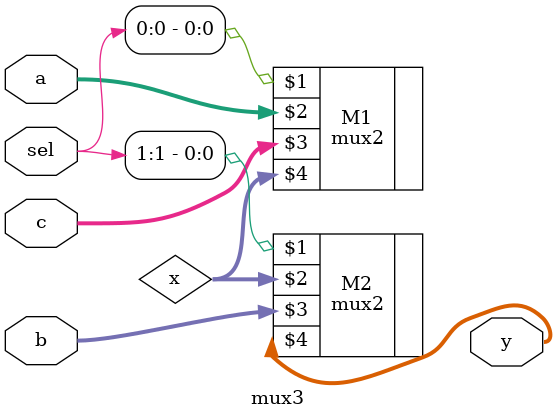
<source format=v>
module mux3( sel, a, b, c, y );
    parameter bitwidth=32;
    input [1:0]sel;
    input [bitwidth-1:0] a, b, c;
    output [bitwidth-1:0] y;
    
    wire [1:0] x;
    
    mux2 #(bitwidth) M1(sel[0], a, c, x);
    mux2 #(bitwidth) M2(sel[1], x, b, y);
    
    // 00 = a
    // 01 = b
    // 10 = c
    // 11 = b // hm... bad
    
 //   always @(sel)
 //   begin
  //    case (sel)
   //     2'b00 : y <= a;
   //     2'b01 : y <= b;
   //     2'b10 : y <= c;
   //     2'b11 : y <= 32'b0; // error
   //   endcase 
   // end
endmodule

</source>
